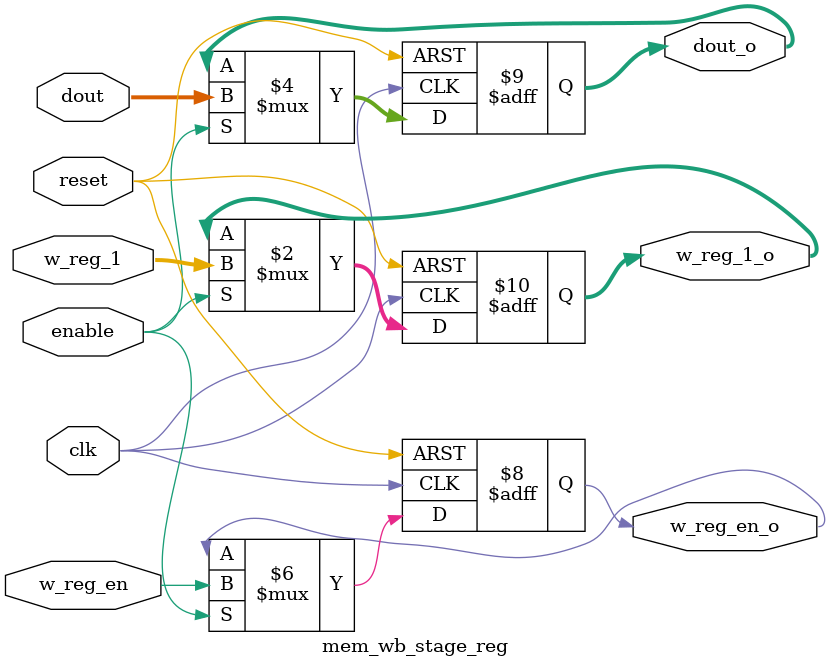
<source format=v>
`timescale 1ns / 1ps
module mem_wb_stage_reg #(
	parameter DATA_WIDTH = 64,
	parameter REG_ADDR_WIDTH = 3
)(
	input wire clk,
	input wire reset,
	input wire enable,

	input wire w_reg_en,
	input wire [DATA_WIDTH - 1:0] dout,
	input wire [REG_ADDR_WIDTH - 1:0] w_reg_1,
	
	output reg w_reg_en_o,
	output reg [DATA_WIDTH - 1:0] dout_o,
	output reg [REG_ADDR_WIDTH - 1:0] w_reg_1_o
);
	always @(posedge clk or posedge reset)
		if (reset) begin
			w_reg_en_o <= 0;
			dout_o <= 0;
			w_reg_1_o <= 0;
		end else if (enable) begin
			w_reg_en_o <= w_reg_en;
			dout_o <= dout;
			w_reg_1_o <= w_reg_1;
		end

endmodule

</source>
